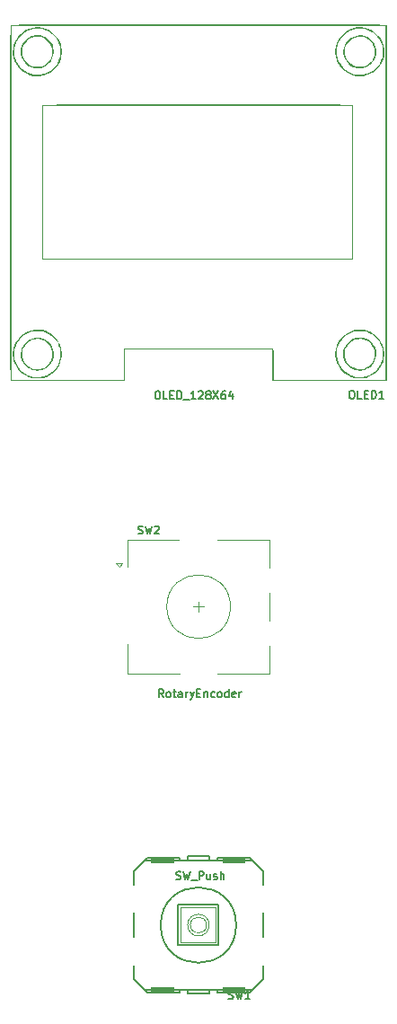
<source format=gto>
G04 #@! TF.GenerationSoftware,KiCad,Pcbnew,6.0.9-8da3e8f707~116~ubuntu22.04.1*
G04 #@! TF.CreationDate,2022-11-08T11:41:08-05:00*
G04 #@! TF.ProjectId,clock_b2,636c6f63-6b5f-4623-922e-6b696361645f,rev?*
G04 #@! TF.SameCoordinates,Original*
G04 #@! TF.FileFunction,Legend,Top*
G04 #@! TF.FilePolarity,Positive*
%FSLAX46Y46*%
G04 Gerber Fmt 4.6, Leading zero omitted, Abs format (unit mm)*
G04 Created by KiCad (PCBNEW 6.0.9-8da3e8f707~116~ubuntu22.04.1) date 2022-11-08 11:41:08*
%MOMM*%
%LPD*%
G01*
G04 APERTURE LIST*
%ADD10C,0.150000*%
%ADD11C,0.120000*%
%ADD12C,0.152400*%
%ADD13C,0.050800*%
G04 APERTURE END LIST*
D10*
G04 #@! TO.C,SW2*
X32320000Y-63593571D02*
X32427142Y-63629285D01*
X32605714Y-63629285D01*
X32677142Y-63593571D01*
X32712857Y-63557857D01*
X32748571Y-63486428D01*
X32748571Y-63415000D01*
X32712857Y-63343571D01*
X32677142Y-63307857D01*
X32605714Y-63272142D01*
X32462857Y-63236428D01*
X32391428Y-63200714D01*
X32355714Y-63165000D01*
X32320000Y-63093571D01*
X32320000Y-63022142D01*
X32355714Y-62950714D01*
X32391428Y-62915000D01*
X32462857Y-62879285D01*
X32641428Y-62879285D01*
X32748571Y-62915000D01*
X32998571Y-62879285D02*
X33177142Y-63629285D01*
X33320000Y-63093571D01*
X33462857Y-63629285D01*
X33641428Y-62879285D01*
X33891428Y-62950714D02*
X33927142Y-62915000D01*
X33998571Y-62879285D01*
X34177142Y-62879285D01*
X34248571Y-62915000D01*
X34284285Y-62950714D01*
X34320000Y-63022142D01*
X34320000Y-63093571D01*
X34284285Y-63200714D01*
X33855714Y-63629285D01*
X34320000Y-63629285D01*
X34709285Y-79029285D02*
X34459285Y-78672142D01*
X34280714Y-79029285D02*
X34280714Y-78279285D01*
X34566428Y-78279285D01*
X34637857Y-78315000D01*
X34673571Y-78350714D01*
X34709285Y-78422142D01*
X34709285Y-78529285D01*
X34673571Y-78600714D01*
X34637857Y-78636428D01*
X34566428Y-78672142D01*
X34280714Y-78672142D01*
X35137857Y-79029285D02*
X35066428Y-78993571D01*
X35030714Y-78957857D01*
X34995000Y-78886428D01*
X34995000Y-78672142D01*
X35030714Y-78600714D01*
X35066428Y-78565000D01*
X35137857Y-78529285D01*
X35245000Y-78529285D01*
X35316428Y-78565000D01*
X35352142Y-78600714D01*
X35387857Y-78672142D01*
X35387857Y-78886428D01*
X35352142Y-78957857D01*
X35316428Y-78993571D01*
X35245000Y-79029285D01*
X35137857Y-79029285D01*
X35602142Y-78529285D02*
X35887857Y-78529285D01*
X35709285Y-78279285D02*
X35709285Y-78922142D01*
X35745000Y-78993571D01*
X35816428Y-79029285D01*
X35887857Y-79029285D01*
X36459285Y-79029285D02*
X36459285Y-78636428D01*
X36423571Y-78565000D01*
X36352142Y-78529285D01*
X36209285Y-78529285D01*
X36137857Y-78565000D01*
X36459285Y-78993571D02*
X36387857Y-79029285D01*
X36209285Y-79029285D01*
X36137857Y-78993571D01*
X36102142Y-78922142D01*
X36102142Y-78850714D01*
X36137857Y-78779285D01*
X36209285Y-78743571D01*
X36387857Y-78743571D01*
X36459285Y-78707857D01*
X36816428Y-79029285D02*
X36816428Y-78529285D01*
X36816428Y-78672142D02*
X36852142Y-78600714D01*
X36887857Y-78565000D01*
X36959285Y-78529285D01*
X37030714Y-78529285D01*
X37209285Y-78529285D02*
X37387857Y-79029285D01*
X37566428Y-78529285D02*
X37387857Y-79029285D01*
X37316428Y-79207857D01*
X37280714Y-79243571D01*
X37209285Y-79279285D01*
X37852142Y-78636428D02*
X38102142Y-78636428D01*
X38209285Y-79029285D02*
X37852142Y-79029285D01*
X37852142Y-78279285D01*
X38209285Y-78279285D01*
X38530714Y-78529285D02*
X38530714Y-79029285D01*
X38530714Y-78600714D02*
X38566428Y-78565000D01*
X38637857Y-78529285D01*
X38745000Y-78529285D01*
X38816428Y-78565000D01*
X38852142Y-78636428D01*
X38852142Y-79029285D01*
X39530714Y-78993571D02*
X39459285Y-79029285D01*
X39316428Y-79029285D01*
X39245000Y-78993571D01*
X39209285Y-78957857D01*
X39173571Y-78886428D01*
X39173571Y-78672142D01*
X39209285Y-78600714D01*
X39245000Y-78565000D01*
X39316428Y-78529285D01*
X39459285Y-78529285D01*
X39530714Y-78565000D01*
X39959285Y-79029285D02*
X39887857Y-78993571D01*
X39852142Y-78957857D01*
X39816428Y-78886428D01*
X39816428Y-78672142D01*
X39852142Y-78600714D01*
X39887857Y-78565000D01*
X39959285Y-78529285D01*
X40066428Y-78529285D01*
X40137857Y-78565000D01*
X40173571Y-78600714D01*
X40209285Y-78672142D01*
X40209285Y-78886428D01*
X40173571Y-78957857D01*
X40137857Y-78993571D01*
X40066428Y-79029285D01*
X39959285Y-79029285D01*
X40852142Y-79029285D02*
X40852142Y-78279285D01*
X40852142Y-78993571D02*
X40780714Y-79029285D01*
X40637857Y-79029285D01*
X40566428Y-78993571D01*
X40530714Y-78957857D01*
X40495000Y-78886428D01*
X40495000Y-78672142D01*
X40530714Y-78600714D01*
X40566428Y-78565000D01*
X40637857Y-78529285D01*
X40780714Y-78529285D01*
X40852142Y-78565000D01*
X41495000Y-78993571D02*
X41423571Y-79029285D01*
X41280714Y-79029285D01*
X41209285Y-78993571D01*
X41173571Y-78922142D01*
X41173571Y-78636428D01*
X41209285Y-78565000D01*
X41280714Y-78529285D01*
X41423571Y-78529285D01*
X41495000Y-78565000D01*
X41530714Y-78636428D01*
X41530714Y-78707857D01*
X41173571Y-78779285D01*
X41852142Y-79029285D02*
X41852142Y-78529285D01*
X41852142Y-78672142D02*
X41887857Y-78600714D01*
X41923571Y-78565000D01*
X41995000Y-78529285D01*
X42066428Y-78529285D01*
G04 #@! TO.C,OLED1*
X52387571Y-50127285D02*
X52530428Y-50127285D01*
X52601857Y-50163000D01*
X52673285Y-50234428D01*
X52709000Y-50377285D01*
X52709000Y-50627285D01*
X52673285Y-50770142D01*
X52601857Y-50841571D01*
X52530428Y-50877285D01*
X52387571Y-50877285D01*
X52316142Y-50841571D01*
X52244714Y-50770142D01*
X52209000Y-50627285D01*
X52209000Y-50377285D01*
X52244714Y-50234428D01*
X52316142Y-50163000D01*
X52387571Y-50127285D01*
X53387571Y-50877285D02*
X53030428Y-50877285D01*
X53030428Y-50127285D01*
X53637571Y-50484428D02*
X53887571Y-50484428D01*
X53994714Y-50877285D02*
X53637571Y-50877285D01*
X53637571Y-50127285D01*
X53994714Y-50127285D01*
X54316142Y-50877285D02*
X54316142Y-50127285D01*
X54494714Y-50127285D01*
X54601857Y-50163000D01*
X54673285Y-50234428D01*
X54709000Y-50305857D01*
X54744714Y-50448714D01*
X54744714Y-50555857D01*
X54709000Y-50698714D01*
X54673285Y-50770142D01*
X54601857Y-50841571D01*
X54494714Y-50877285D01*
X54316142Y-50877285D01*
X55459000Y-50877285D02*
X55030428Y-50877285D01*
X55244714Y-50877285D02*
X55244714Y-50127285D01*
X55173285Y-50234428D01*
X55101857Y-50305857D01*
X55030428Y-50341571D01*
X34082142Y-50169285D02*
X34225000Y-50169285D01*
X34296428Y-50205000D01*
X34367857Y-50276428D01*
X34403571Y-50419285D01*
X34403571Y-50669285D01*
X34367857Y-50812142D01*
X34296428Y-50883571D01*
X34225000Y-50919285D01*
X34082142Y-50919285D01*
X34010714Y-50883571D01*
X33939285Y-50812142D01*
X33903571Y-50669285D01*
X33903571Y-50419285D01*
X33939285Y-50276428D01*
X34010714Y-50205000D01*
X34082142Y-50169285D01*
X35082142Y-50919285D02*
X34725000Y-50919285D01*
X34725000Y-50169285D01*
X35332142Y-50526428D02*
X35582142Y-50526428D01*
X35689285Y-50919285D02*
X35332142Y-50919285D01*
X35332142Y-50169285D01*
X35689285Y-50169285D01*
X36010714Y-50919285D02*
X36010714Y-50169285D01*
X36189285Y-50169285D01*
X36296428Y-50205000D01*
X36367857Y-50276428D01*
X36403571Y-50347857D01*
X36439285Y-50490714D01*
X36439285Y-50597857D01*
X36403571Y-50740714D01*
X36367857Y-50812142D01*
X36296428Y-50883571D01*
X36189285Y-50919285D01*
X36010714Y-50919285D01*
X36582142Y-50990714D02*
X37153571Y-50990714D01*
X37725000Y-50919285D02*
X37296428Y-50919285D01*
X37510714Y-50919285D02*
X37510714Y-50169285D01*
X37439285Y-50276428D01*
X37367857Y-50347857D01*
X37296428Y-50383571D01*
X38010714Y-50240714D02*
X38046428Y-50205000D01*
X38117857Y-50169285D01*
X38296428Y-50169285D01*
X38367857Y-50205000D01*
X38403571Y-50240714D01*
X38439285Y-50312142D01*
X38439285Y-50383571D01*
X38403571Y-50490714D01*
X37975000Y-50919285D01*
X38439285Y-50919285D01*
X38867857Y-50490714D02*
X38796428Y-50455000D01*
X38760714Y-50419285D01*
X38725000Y-50347857D01*
X38725000Y-50312142D01*
X38760714Y-50240714D01*
X38796428Y-50205000D01*
X38867857Y-50169285D01*
X39010714Y-50169285D01*
X39082142Y-50205000D01*
X39117857Y-50240714D01*
X39153571Y-50312142D01*
X39153571Y-50347857D01*
X39117857Y-50419285D01*
X39082142Y-50455000D01*
X39010714Y-50490714D01*
X38867857Y-50490714D01*
X38796428Y-50526428D01*
X38760714Y-50562142D01*
X38725000Y-50633571D01*
X38725000Y-50776428D01*
X38760714Y-50847857D01*
X38796428Y-50883571D01*
X38867857Y-50919285D01*
X39010714Y-50919285D01*
X39082142Y-50883571D01*
X39117857Y-50847857D01*
X39153571Y-50776428D01*
X39153571Y-50633571D01*
X39117857Y-50562142D01*
X39082142Y-50526428D01*
X39010714Y-50490714D01*
X39403571Y-50169285D02*
X39903571Y-50919285D01*
X39903571Y-50169285D02*
X39403571Y-50919285D01*
X40510714Y-50169285D02*
X40367857Y-50169285D01*
X40296428Y-50205000D01*
X40260714Y-50240714D01*
X40189285Y-50347857D01*
X40153571Y-50490714D01*
X40153571Y-50776428D01*
X40189285Y-50847857D01*
X40225000Y-50883571D01*
X40296428Y-50919285D01*
X40439285Y-50919285D01*
X40510714Y-50883571D01*
X40546428Y-50847857D01*
X40582142Y-50776428D01*
X40582142Y-50597857D01*
X40546428Y-50526428D01*
X40510714Y-50490714D01*
X40439285Y-50455000D01*
X40296428Y-50455000D01*
X40225000Y-50490714D01*
X40189285Y-50526428D01*
X40153571Y-50597857D01*
X41225000Y-50419285D02*
X41225000Y-50919285D01*
X41046428Y-50133571D02*
X40867857Y-50669285D01*
X41332142Y-50669285D01*
G04 #@! TO.C,SW1*
X40839642Y-107413571D02*
X40946785Y-107449285D01*
X41125357Y-107449285D01*
X41196785Y-107413571D01*
X41232500Y-107377857D01*
X41268214Y-107306428D01*
X41268214Y-107235000D01*
X41232500Y-107163571D01*
X41196785Y-107127857D01*
X41125357Y-107092142D01*
X40982500Y-107056428D01*
X40911071Y-107020714D01*
X40875357Y-106985000D01*
X40839642Y-106913571D01*
X40839642Y-106842142D01*
X40875357Y-106770714D01*
X40911071Y-106735000D01*
X40982500Y-106699285D01*
X41161071Y-106699285D01*
X41268214Y-106735000D01*
X41518214Y-106699285D02*
X41696785Y-107449285D01*
X41839642Y-106913571D01*
X41982500Y-107449285D01*
X42161071Y-106699285D01*
X42839642Y-107449285D02*
X42411071Y-107449285D01*
X42625357Y-107449285D02*
X42625357Y-106699285D01*
X42553928Y-106806428D01*
X42482500Y-106877857D01*
X42411071Y-106913571D01*
X35882285Y-96155571D02*
X35989428Y-96191285D01*
X36168000Y-96191285D01*
X36239428Y-96155571D01*
X36275142Y-96119857D01*
X36310857Y-96048428D01*
X36310857Y-95977000D01*
X36275142Y-95905571D01*
X36239428Y-95869857D01*
X36168000Y-95834142D01*
X36025142Y-95798428D01*
X35953714Y-95762714D01*
X35918000Y-95727000D01*
X35882285Y-95655571D01*
X35882285Y-95584142D01*
X35918000Y-95512714D01*
X35953714Y-95477000D01*
X36025142Y-95441285D01*
X36203714Y-95441285D01*
X36310857Y-95477000D01*
X36560857Y-95441285D02*
X36739428Y-96191285D01*
X36882285Y-95655571D01*
X37025142Y-96191285D01*
X37203714Y-95441285D01*
X37310857Y-96262714D02*
X37882285Y-96262714D01*
X38060857Y-96191285D02*
X38060857Y-95441285D01*
X38346571Y-95441285D01*
X38418000Y-95477000D01*
X38453714Y-95512714D01*
X38489428Y-95584142D01*
X38489428Y-95691285D01*
X38453714Y-95762714D01*
X38418000Y-95798428D01*
X38346571Y-95834142D01*
X38060857Y-95834142D01*
X39132285Y-95691285D02*
X39132285Y-96191285D01*
X38810857Y-95691285D02*
X38810857Y-96084142D01*
X38846571Y-96155571D01*
X38918000Y-96191285D01*
X39025142Y-96191285D01*
X39096571Y-96155571D01*
X39132285Y-96119857D01*
X39453714Y-96155571D02*
X39525142Y-96191285D01*
X39668000Y-96191285D01*
X39739428Y-96155571D01*
X39775142Y-96084142D01*
X39775142Y-96048428D01*
X39739428Y-95977000D01*
X39668000Y-95941285D01*
X39560857Y-95941285D01*
X39489428Y-95905571D01*
X39453714Y-95834142D01*
X39453714Y-95798428D01*
X39489428Y-95727000D01*
X39560857Y-95691285D01*
X39668000Y-95691285D01*
X39739428Y-95727000D01*
X40096571Y-96191285D02*
X40096571Y-95441285D01*
X40418000Y-96191285D02*
X40418000Y-95798428D01*
X40382285Y-95727000D01*
X40310857Y-95691285D01*
X40203714Y-95691285D01*
X40132285Y-95727000D01*
X40096571Y-95762714D01*
D11*
G04 #@! TO.C,SW2*
X30820000Y-66390000D02*
X30520000Y-66690000D01*
X44720000Y-74190000D02*
X44720000Y-76790000D01*
X31320000Y-64190000D02*
X31320000Y-66690000D01*
X36220000Y-76790000D02*
X31320000Y-76790000D01*
X44720000Y-69190000D02*
X44720000Y-71790000D01*
X44720000Y-64190000D02*
X44720000Y-66790000D01*
X38020000Y-69990000D02*
X38020000Y-70990000D01*
X39820000Y-64190000D02*
X44720000Y-64190000D01*
X37520000Y-70490000D02*
X38520000Y-70490000D01*
X31320000Y-76790000D02*
X31320000Y-73990000D01*
X44720000Y-76790000D02*
X39820000Y-76790000D01*
X30220000Y-66390000D02*
X30820000Y-66390000D01*
X30520000Y-66690000D02*
X30220000Y-66390000D01*
X36120000Y-64190000D02*
X31320000Y-64190000D01*
X41020000Y-70490000D02*
G75*
G03*
X41020000Y-70490000I-3000000J0D01*
G01*
G04 #@! TO.C,OLED1*
G36*
X50953329Y-46219255D02*
G01*
X51037075Y-45904452D01*
X51148213Y-45640446D01*
X51322358Y-45350516D01*
X51535626Y-45090614D01*
X51783890Y-44864118D01*
X52063026Y-44674405D01*
X52368907Y-44524854D01*
X52613012Y-44441185D01*
X52773131Y-44406818D01*
X52964849Y-44382921D01*
X53169853Y-44370497D01*
X53369832Y-44370551D01*
X53546475Y-44384086D01*
X53576504Y-44388360D01*
X53904839Y-44464808D01*
X54215670Y-44588587D01*
X54506721Y-44758565D01*
X54775714Y-44973609D01*
X54801487Y-44997715D01*
X55036095Y-45250453D01*
X55223736Y-45520195D01*
X55366441Y-45810535D01*
X55466243Y-46125068D01*
X55484361Y-46206119D01*
X55523941Y-46503508D01*
X55525101Y-46812624D01*
X55489060Y-47119314D01*
X55417034Y-47409423D01*
X55369617Y-47539660D01*
X55225374Y-47829071D01*
X55039212Y-48098943D01*
X54817466Y-48342862D01*
X54566472Y-48554413D01*
X54292564Y-48727183D01*
X54112431Y-48812669D01*
X53821712Y-48908718D01*
X53509753Y-48966613D01*
X53190227Y-48985101D01*
X52876809Y-48962926D01*
X52738304Y-48938695D01*
X52420950Y-48846246D01*
X52121146Y-48708718D01*
X51843698Y-48530207D01*
X51593409Y-48314809D01*
X51375084Y-48066619D01*
X51193526Y-47789734D01*
X51061542Y-47509182D01*
X50967251Y-47198439D01*
X50918038Y-46874421D01*
X50913878Y-46571180D01*
X51040836Y-46571180D01*
X51047054Y-46870187D01*
X51093976Y-47163022D01*
X51179972Y-47445668D01*
X51303410Y-47714108D01*
X51462660Y-47964326D01*
X51656092Y-48192303D01*
X51882074Y-48394024D01*
X52138976Y-48565472D01*
X52425168Y-48702628D01*
X52739017Y-48801478D01*
X52848579Y-48825045D01*
X53021952Y-48845776D01*
X53224120Y-48850169D01*
X53436057Y-48839027D01*
X53638739Y-48813157D01*
X53767004Y-48786184D01*
X54075283Y-48681741D01*
X54360773Y-48533887D01*
X54619824Y-48346268D01*
X54848786Y-48122528D01*
X55044010Y-47866312D01*
X55201847Y-47581266D01*
X55318647Y-47271036D01*
X55332398Y-47222570D01*
X55368115Y-47040042D01*
X55387440Y-46827347D01*
X55390357Y-46602404D01*
X55376855Y-46383134D01*
X55346918Y-46187456D01*
X55333231Y-46130370D01*
X55223262Y-45814655D01*
X55070782Y-45524635D01*
X54878738Y-45263325D01*
X54650072Y-45033738D01*
X54387732Y-44838890D01*
X54094663Y-44681794D01*
X53816550Y-44578044D01*
X53718589Y-44549852D01*
X53633342Y-44530479D01*
X53546946Y-44518317D01*
X53445541Y-44511754D01*
X53315266Y-44509183D01*
X53220904Y-44508887D01*
X53067166Y-44509899D01*
X52950416Y-44513990D01*
X52856863Y-44522747D01*
X52772714Y-44537755D01*
X52684181Y-44560599D01*
X52629170Y-44576910D01*
X52307055Y-44698919D01*
X52016429Y-44858648D01*
X51759520Y-45054545D01*
X51538554Y-45285061D01*
X51455620Y-45393770D01*
X51282714Y-45677295D01*
X51157035Y-45970717D01*
X51076953Y-46270017D01*
X51040836Y-46571180D01*
X50913878Y-46571180D01*
X50913523Y-46545302D01*
X50953329Y-46219255D01*
G37*
G36*
X50958179Y-17695214D02*
G01*
X51049311Y-17376351D01*
X51187763Y-17065108D01*
X51232871Y-16983870D01*
X51317699Y-16859783D01*
X51434647Y-16719309D01*
X51572835Y-16573107D01*
X51721381Y-16431835D01*
X51869404Y-16306152D01*
X52006022Y-16206715D01*
X52059557Y-16174115D01*
X52370094Y-16027193D01*
X52692136Y-15927572D01*
X53020823Y-15875109D01*
X53351296Y-15869663D01*
X53678696Y-15911089D01*
X53998164Y-15999246D01*
X54304840Y-16133990D01*
X54493648Y-16245589D01*
X54641262Y-16355987D01*
X54797389Y-16495731D01*
X54949204Y-16651565D01*
X55083886Y-16810232D01*
X55188610Y-16958476D01*
X55197565Y-16973266D01*
X55351372Y-17279764D01*
X55458121Y-17598900D01*
X55517900Y-17925797D01*
X55530799Y-18255579D01*
X55496909Y-18583368D01*
X55416319Y-18904290D01*
X55289119Y-19213466D01*
X55151877Y-19452101D01*
X55036843Y-19605154D01*
X54890984Y-19765954D01*
X54727642Y-19921893D01*
X54560157Y-20060359D01*
X54401872Y-20168742D01*
X54380519Y-20181188D01*
X54175500Y-20283428D01*
X53951467Y-20371006D01*
X53729745Y-20436227D01*
X53601904Y-20462203D01*
X53467649Y-20476738D01*
X53304005Y-20484091D01*
X53130625Y-20484265D01*
X52967160Y-20477261D01*
X52833264Y-20463083D01*
X52827204Y-20462104D01*
X52637971Y-20418556D01*
X52431179Y-20350442D01*
X52228354Y-20265642D01*
X52077481Y-20187676D01*
X51794524Y-19996655D01*
X51548529Y-19773969D01*
X51340647Y-19523983D01*
X51172030Y-19251062D01*
X51043827Y-18959572D01*
X50957190Y-18653877D01*
X50913269Y-18338342D01*
X50913240Y-18163332D01*
X51037978Y-18163332D01*
X51058937Y-18473373D01*
X51125988Y-18784047D01*
X51240941Y-19091247D01*
X51271651Y-19155570D01*
X51438553Y-19436032D01*
X51643777Y-19685118D01*
X51883781Y-19900230D01*
X52155026Y-20078769D01*
X52453969Y-20218138D01*
X52777072Y-20315739D01*
X52882061Y-20337194D01*
X53030773Y-20352952D01*
X53210756Y-20354662D01*
X53404816Y-20343494D01*
X53595756Y-20320617D01*
X53766380Y-20287198D01*
X53816550Y-20273688D01*
X54129959Y-20156131D01*
X54417030Y-19996838D01*
X54674447Y-19799199D01*
X54898894Y-19566602D01*
X55087055Y-19302436D01*
X55235614Y-19010088D01*
X55333231Y-18723770D01*
X55368429Y-18541028D01*
X55387420Y-18328152D01*
X55390200Y-18103156D01*
X55376765Y-17884050D01*
X55347111Y-17688849D01*
X55333452Y-17631570D01*
X55226065Y-17324441D01*
X55075046Y-17037473D01*
X54884670Y-16775947D01*
X54659212Y-16545144D01*
X54402946Y-16350346D01*
X54204199Y-16236569D01*
X54009038Y-16146351D01*
X53830009Y-16082292D01*
X53651026Y-16040739D01*
X53456003Y-16018042D01*
X53228853Y-16010550D01*
X53208204Y-16010498D01*
X53056657Y-16011500D01*
X52941413Y-16015878D01*
X52848003Y-16025339D01*
X52761956Y-16041593D01*
X52668802Y-16066347D01*
X52625257Y-16079332D01*
X52312726Y-16198801D01*
X52030019Y-16355877D01*
X51778943Y-16546453D01*
X51561307Y-16766420D01*
X51378917Y-17011669D01*
X51233581Y-17278094D01*
X51127108Y-17561584D01*
X51061304Y-17858033D01*
X51037978Y-18163332D01*
X50913240Y-18163332D01*
X50913215Y-18017333D01*
X50958179Y-17695214D01*
G37*
G36*
X20276121Y-48983699D02*
G01*
X20274235Y-48813747D01*
X20272417Y-48599462D01*
X20270666Y-48342461D01*
X20268983Y-48044360D01*
X20267367Y-47706777D01*
X20265819Y-47331328D01*
X20264339Y-46919631D01*
X20262926Y-46473300D01*
X20261580Y-45993955D01*
X20260302Y-45483210D01*
X20259092Y-44942684D01*
X20257949Y-44373992D01*
X20256874Y-43778752D01*
X20255866Y-43158580D01*
X20254926Y-42515093D01*
X20254053Y-41849908D01*
X20253248Y-41164641D01*
X20252510Y-40460910D01*
X20251840Y-39740331D01*
X20251239Y-39004521D01*
X20250704Y-38255096D01*
X20250236Y-37493674D01*
X20249836Y-36721871D01*
X20249504Y-35941304D01*
X20249239Y-35153590D01*
X20249042Y-34360345D01*
X20248912Y-33563186D01*
X20248850Y-32763730D01*
X20248855Y-31963594D01*
X20248928Y-31164395D01*
X20249069Y-30367749D01*
X20249277Y-29575273D01*
X20249552Y-28788584D01*
X20249895Y-28009298D01*
X20250306Y-27239033D01*
X20250784Y-26479405D01*
X20251330Y-25732030D01*
X20251942Y-24998527D01*
X20252623Y-24280511D01*
X20253371Y-23579599D01*
X20254187Y-22897407D01*
X20255070Y-22235554D01*
X20256021Y-21595655D01*
X20257039Y-20979327D01*
X20258126Y-20388188D01*
X20259279Y-19823853D01*
X20260500Y-19287939D01*
X20261789Y-18782064D01*
X20263145Y-18307844D01*
X20264569Y-17866896D01*
X20266060Y-17460836D01*
X20267619Y-17091282D01*
X20269245Y-16759850D01*
X20270939Y-16468157D01*
X20272700Y-16217819D01*
X20274529Y-16010454D01*
X20276426Y-15847678D01*
X20278390Y-15731108D01*
X20280422Y-15662360D01*
X20282183Y-15642750D01*
X20309386Y-15640717D01*
X20385815Y-15638749D01*
X20509900Y-15636844D01*
X20680066Y-15635003D01*
X20894742Y-15633227D01*
X21152356Y-15631514D01*
X21451333Y-15629865D01*
X21790103Y-15628280D01*
X22167092Y-15626759D01*
X22580727Y-15625301D01*
X23029437Y-15623908D01*
X23511648Y-15622579D01*
X24025788Y-15621313D01*
X24570284Y-15620112D01*
X25143564Y-15618974D01*
X25744055Y-15617900D01*
X26370185Y-15616890D01*
X27020381Y-15615944D01*
X27693070Y-15615062D01*
X28386680Y-15614244D01*
X29099638Y-15613490D01*
X29830372Y-15612799D01*
X30577309Y-15612174D01*
X31338877Y-15611611D01*
X32113502Y-15611112D01*
X32899613Y-15610678D01*
X33695636Y-15610307D01*
X34500000Y-15610000D01*
X35311131Y-15609757D01*
X36127457Y-15609578D01*
X36947405Y-15609462D01*
X37769403Y-15609411D01*
X38591879Y-15609424D01*
X39413259Y-15609500D01*
X40231971Y-15609640D01*
X41046442Y-15609845D01*
X41855100Y-15610113D01*
X42656373Y-15610445D01*
X43448687Y-15610841D01*
X44230470Y-15611301D01*
X45000150Y-15611825D01*
X45756154Y-15612411D01*
X46496909Y-15613063D01*
X47220843Y-15613778D01*
X47926383Y-15614558D01*
X48611956Y-15615401D01*
X49275991Y-15616308D01*
X49916914Y-15617280D01*
X50533153Y-15618315D01*
X51123135Y-15619413D01*
X51685287Y-15620576D01*
X52218038Y-15621803D01*
X52719814Y-15623094D01*
X53189043Y-15624448D01*
X53624153Y-15625867D01*
X54023570Y-15627349D01*
X54385722Y-15628895D01*
X54709037Y-15630505D01*
X54991942Y-15632180D01*
X55232864Y-15633918D01*
X55430230Y-15635719D01*
X55582470Y-15637585D01*
X55688008Y-15639515D01*
X55745274Y-15641508D01*
X55755823Y-15642750D01*
X55757912Y-15670002D01*
X55759933Y-15746438D01*
X55761886Y-15870440D01*
X55763772Y-16040392D01*
X55765590Y-16254677D01*
X55767341Y-16511678D01*
X55769024Y-16809779D01*
X55770640Y-17147362D01*
X55772188Y-17522811D01*
X55773668Y-17934508D01*
X55775081Y-18380839D01*
X55776427Y-18860184D01*
X55777705Y-19370929D01*
X55778915Y-19911455D01*
X55780058Y-20480147D01*
X55781133Y-21075387D01*
X55782141Y-21695559D01*
X55783081Y-22339046D01*
X55783954Y-23004231D01*
X55784759Y-23689498D01*
X55785497Y-24393229D01*
X55786167Y-25113808D01*
X55786769Y-25849618D01*
X55787304Y-26599043D01*
X55787772Y-27360465D01*
X55788172Y-28132268D01*
X55788504Y-28912835D01*
X55788769Y-29700549D01*
X55788966Y-30493794D01*
X55789096Y-31290953D01*
X55789158Y-32090409D01*
X55789153Y-32890545D01*
X55789080Y-33689744D01*
X55788939Y-34486390D01*
X55788731Y-35278866D01*
X55788456Y-36065555D01*
X55788113Y-36844841D01*
X55787702Y-37615106D01*
X55787224Y-38374734D01*
X55786678Y-39122109D01*
X55786065Y-39855612D01*
X55785384Y-40573628D01*
X55784636Y-41274540D01*
X55783820Y-41956732D01*
X55782937Y-42618585D01*
X55781986Y-43258484D01*
X55780968Y-43874812D01*
X55779881Y-44465951D01*
X55778728Y-45030286D01*
X55777507Y-45566200D01*
X55776218Y-46072075D01*
X55774862Y-46546295D01*
X55773438Y-46987243D01*
X55771947Y-47393303D01*
X55770388Y-47762857D01*
X55768762Y-48094289D01*
X55767068Y-48385982D01*
X55765307Y-48636320D01*
X55763478Y-48843685D01*
X55761581Y-49006461D01*
X55759617Y-49123031D01*
X55757585Y-49191779D01*
X55755823Y-49211390D01*
X55741170Y-49215059D01*
X55703766Y-49218447D01*
X55642008Y-49221564D01*
X55554296Y-49224418D01*
X55439024Y-49227018D01*
X55294591Y-49229373D01*
X55119393Y-49231492D01*
X54911828Y-49233385D01*
X54670294Y-49235061D01*
X54393186Y-49236528D01*
X54078903Y-49237796D01*
X53725841Y-49238874D01*
X53332398Y-49239771D01*
X52896971Y-49240495D01*
X52417957Y-49241057D01*
X51893753Y-49241464D01*
X51322756Y-49241727D01*
X50703364Y-49241854D01*
X50374960Y-49241870D01*
X49760929Y-49241858D01*
X49195664Y-49241811D01*
X48677134Y-49241711D01*
X48203306Y-49241541D01*
X47772146Y-49241283D01*
X47381622Y-49240920D01*
X47029701Y-49240433D01*
X46714350Y-49239807D01*
X46433536Y-49239023D01*
X46185227Y-49238063D01*
X45967389Y-49236911D01*
X45777990Y-49235548D01*
X45614997Y-49233957D01*
X45476377Y-49232121D01*
X45360098Y-49230022D01*
X45264126Y-49227643D01*
X45186428Y-49224966D01*
X45124972Y-49221973D01*
X45077725Y-49218647D01*
X45042654Y-49214971D01*
X45017726Y-49210927D01*
X45000908Y-49206497D01*
X44990168Y-49201665D01*
X44983473Y-49196412D01*
X44982540Y-49195419D01*
X44973560Y-49181906D01*
X44965945Y-49160168D01*
X44959585Y-49126256D01*
X44954368Y-49076220D01*
X44950184Y-49006110D01*
X44946922Y-48911976D01*
X44944471Y-48789869D01*
X44942721Y-48635837D01*
X44941560Y-48445932D01*
X44940878Y-48216204D01*
X44940564Y-47942703D01*
X44940504Y-47696819D01*
X44940504Y-46244670D01*
X31097504Y-46244670D01*
X31097504Y-47701233D01*
X31097434Y-48010465D01*
X31097145Y-48272873D01*
X31096513Y-48492429D01*
X31095414Y-48673109D01*
X31093725Y-48818888D01*
X31091324Y-48933740D01*
X31088086Y-49021639D01*
X31083889Y-49086560D01*
X31078609Y-49132478D01*
X31072124Y-49163368D01*
X31064310Y-49183203D01*
X31055044Y-49195959D01*
X31051053Y-49199833D01*
X31043088Y-49204673D01*
X31028978Y-49209130D01*
X31006705Y-49213218D01*
X30974253Y-49216954D01*
X30929601Y-49220353D01*
X30870733Y-49223430D01*
X30795630Y-49226203D01*
X30702273Y-49228685D01*
X30588644Y-49230894D01*
X30452726Y-49232845D01*
X30292499Y-49234553D01*
X30105946Y-49236035D01*
X29891049Y-49237305D01*
X29645788Y-49238381D01*
X29368147Y-49239277D01*
X29056106Y-49240009D01*
X28707648Y-49240593D01*
X28320754Y-49241044D01*
X27893406Y-49241380D01*
X27423586Y-49241614D01*
X26909275Y-49241763D01*
X26348455Y-49241843D01*
X25739109Y-49241869D01*
X25658633Y-49241870D01*
X25014712Y-49241807D01*
X24419986Y-49241613D01*
X23872853Y-49241279D01*
X23371710Y-49240795D01*
X22914953Y-49240152D01*
X22500979Y-49239342D01*
X22128183Y-49238355D01*
X21794963Y-49237182D01*
X21499715Y-49235815D01*
X21240836Y-49234243D01*
X21016721Y-49232458D01*
X20825769Y-49230451D01*
X20666375Y-49228212D01*
X20536935Y-49225734D01*
X20435847Y-49223005D01*
X20361507Y-49220018D01*
X20312311Y-49216764D01*
X20286655Y-49213232D01*
X20282184Y-49211390D01*
X20280095Y-49184137D01*
X20278264Y-49114870D01*
X20378704Y-49114870D01*
X30945104Y-49114870D01*
X30945104Y-47646749D01*
X30945370Y-47316220D01*
X30946208Y-47033585D01*
X30947677Y-46795939D01*
X30949837Y-46600378D01*
X30952746Y-46444000D01*
X30956463Y-46323900D01*
X30961047Y-46237174D01*
X30966557Y-46180918D01*
X30973053Y-46152228D01*
X30975584Y-46148149D01*
X31003847Y-46144950D01*
X31080407Y-46141911D01*
X31202762Y-46139035D01*
X31368409Y-46136320D01*
X31574845Y-46133766D01*
X31819567Y-46131375D01*
X32100073Y-46129145D01*
X32413860Y-46127076D01*
X32758425Y-46125169D01*
X33131267Y-46123424D01*
X33529881Y-46121840D01*
X33951766Y-46120418D01*
X34394418Y-46119158D01*
X34855336Y-46118059D01*
X35332016Y-46117122D01*
X35821956Y-46116347D01*
X36322653Y-46115733D01*
X36831604Y-46115280D01*
X37346307Y-46114990D01*
X37864259Y-46114861D01*
X38382958Y-46114893D01*
X38899901Y-46115088D01*
X39412584Y-46115443D01*
X39918507Y-46115961D01*
X40415164Y-46116640D01*
X40900055Y-46117481D01*
X41370677Y-46118483D01*
X41824526Y-46119647D01*
X42259101Y-46120973D01*
X42671898Y-46122460D01*
X43060414Y-46124109D01*
X43422148Y-46125919D01*
X43754597Y-46127891D01*
X44055257Y-46130025D01*
X44321626Y-46132320D01*
X44551202Y-46134777D01*
X44741482Y-46137396D01*
X44889962Y-46140176D01*
X44994142Y-46143118D01*
X45051517Y-46146221D01*
X45062424Y-46148150D01*
X45069280Y-46167834D01*
X45075131Y-46214063D01*
X45080034Y-46289740D01*
X45084049Y-46397771D01*
X45087235Y-46541059D01*
X45089652Y-46722507D01*
X45091357Y-46945019D01*
X45092411Y-47211499D01*
X45092871Y-47524852D01*
X45092904Y-47646750D01*
X45092904Y-49114870D01*
X55659304Y-49114870D01*
X55659304Y-15739270D01*
X20378704Y-15739270D01*
X20378704Y-49114870D01*
X20278264Y-49114870D01*
X20278074Y-49107701D01*
X20276121Y-48983699D01*
G37*
G36*
X21290152Y-46357303D02*
G01*
X21365095Y-46100961D01*
X21481647Y-45864692D01*
X21498312Y-45838243D01*
X21668898Y-45617631D01*
X21866926Y-45436050D01*
X22087023Y-45294089D01*
X22323818Y-45192336D01*
X22571938Y-45131380D01*
X22826013Y-45111809D01*
X23080670Y-45134211D01*
X23330538Y-45199176D01*
X23570245Y-45307290D01*
X23794419Y-45459143D01*
X23920657Y-45572916D01*
X24099350Y-45785040D01*
X24233947Y-46015958D01*
X24325037Y-46260298D01*
X24373207Y-46512688D01*
X24379048Y-46767757D01*
X24343145Y-47020133D01*
X24266090Y-47264444D01*
X24148468Y-47495319D01*
X23990870Y-47707385D01*
X23793883Y-47895271D01*
X23655330Y-47995261D01*
X23455042Y-48100381D01*
X23228072Y-48178531D01*
X22990055Y-48226285D01*
X22756624Y-48240213D01*
X22598188Y-48227065D01*
X22325748Y-48159971D01*
X22073607Y-48048820D01*
X21846457Y-47897594D01*
X21648990Y-47710278D01*
X21485897Y-47490855D01*
X21361870Y-47243309D01*
X21327779Y-47148361D01*
X21270213Y-46890844D01*
X21260650Y-46680136D01*
X21395005Y-46680136D01*
X21417132Y-46947539D01*
X21483717Y-47191418D01*
X21596260Y-47415369D01*
X21756264Y-47622986D01*
X21813552Y-47682434D01*
X22025356Y-47859813D01*
X22255119Y-47989948D01*
X22451548Y-48060210D01*
X22580086Y-48083489D01*
X22738400Y-48094517D01*
X22906977Y-48093335D01*
X23066304Y-48079987D01*
X23181737Y-48058631D01*
X23408962Y-47977624D01*
X23617830Y-47854850D01*
X23815791Y-47685906D01*
X23821176Y-47680542D01*
X23994693Y-47478271D01*
X24120152Y-47264299D01*
X24199946Y-47032853D01*
X24236470Y-46778159D01*
X24239504Y-46671790D01*
X24219363Y-46410843D01*
X24157244Y-46174712D01*
X24050605Y-45957323D01*
X23896902Y-45752600D01*
X23821176Y-45672397D01*
X23618143Y-45498440D01*
X23403074Y-45372639D01*
X23170715Y-45292806D01*
X22915816Y-45256753D01*
X22817103Y-45254070D01*
X22552762Y-45274834D01*
X22312862Y-45338588D01*
X22092149Y-45447519D01*
X21885371Y-45603815D01*
X21813031Y-45672397D01*
X21639371Y-45874903D01*
X21513825Y-46089154D01*
X21434087Y-46320714D01*
X21397848Y-46575143D01*
X21395005Y-46680136D01*
X21260650Y-46680136D01*
X21258097Y-46623878D01*
X21290152Y-46357303D01*
G37*
G36*
X21283716Y-17881299D02*
G01*
X21327779Y-17705778D01*
X21437029Y-17448360D01*
X21587731Y-17217067D01*
X21775358Y-17016428D01*
X21995381Y-16850970D01*
X22243275Y-16725221D01*
X22345212Y-16688345D01*
X22592800Y-16632713D01*
X22854280Y-16618025D01*
X23113474Y-16644282D01*
X23288995Y-16688345D01*
X23545892Y-16796389D01*
X23772655Y-16941677D01*
X23967043Y-17119170D01*
X24126812Y-17323824D01*
X24249721Y-17550598D01*
X24333527Y-17794450D01*
X24375987Y-18050339D01*
X24374860Y-18313223D01*
X24327902Y-18578059D01*
X24239479Y-18825370D01*
X24107929Y-19057096D01*
X23936670Y-19264538D01*
X23732960Y-19441648D01*
X23504059Y-19582376D01*
X23257224Y-19680672D01*
X23192003Y-19698290D01*
X23058878Y-19722214D01*
X22905319Y-19736698D01*
X22752089Y-19740738D01*
X22619949Y-19733328D01*
X22582337Y-19727809D01*
X22302642Y-19652944D01*
X22047747Y-19536081D01*
X21821300Y-19380356D01*
X21626950Y-19188905D01*
X21468345Y-18964864D01*
X21349134Y-18711368D01*
X21327779Y-18649561D01*
X21272147Y-18401973D01*
X21259547Y-18177670D01*
X21395306Y-18177670D01*
X21416926Y-18445582D01*
X21482779Y-18689633D01*
X21594354Y-18913412D01*
X21753141Y-19120511D01*
X21811698Y-19181404D01*
X22010047Y-19352243D01*
X22215336Y-19475624D01*
X22435472Y-19554879D01*
X22678363Y-19593341D01*
X22800737Y-19598260D01*
X22939048Y-19593728D01*
X23075775Y-19579717D01*
X23181737Y-19559831D01*
X23408962Y-19478824D01*
X23617830Y-19356050D01*
X23815791Y-19187106D01*
X23821176Y-19181742D01*
X23994540Y-18980401D01*
X24119817Y-18768841D01*
X24199550Y-18540985D01*
X24236281Y-18290757D01*
X24239504Y-18182349D01*
X24219131Y-17917076D01*
X24156418Y-17677291D01*
X24048970Y-17457222D01*
X23894392Y-17251094D01*
X23821176Y-17173597D01*
X23618670Y-16999937D01*
X23404419Y-16874391D01*
X23172859Y-16794653D01*
X22918430Y-16758414D01*
X22813437Y-16755571D01*
X22545963Y-16777868D01*
X22301415Y-16844917D01*
X22076345Y-16958153D01*
X21867311Y-17119009D01*
X21811698Y-17172264D01*
X21637635Y-17376968D01*
X21511591Y-17596427D01*
X21431982Y-17834467D01*
X21397225Y-18094913D01*
X21395306Y-18177670D01*
X21259547Y-18177670D01*
X21257459Y-18140493D01*
X21283716Y-17881299D01*
G37*
G36*
X23270410Y-37528786D02*
G01*
X23267731Y-37362934D01*
X23265208Y-37156124D01*
X23262842Y-36910817D01*
X23260632Y-36629473D01*
X23258578Y-36314553D01*
X23256680Y-35968517D01*
X23254939Y-35593825D01*
X23253354Y-35192939D01*
X23251925Y-34768317D01*
X23250652Y-34322422D01*
X23249536Y-33857714D01*
X23248575Y-33376652D01*
X23247771Y-32881698D01*
X23247124Y-32375311D01*
X23246632Y-31859953D01*
X23246297Y-31338084D01*
X23246118Y-30812164D01*
X23246095Y-30284654D01*
X23246228Y-29758015D01*
X23246518Y-29234706D01*
X23246964Y-28717188D01*
X23247566Y-28207922D01*
X23248324Y-27709369D01*
X23249239Y-27223988D01*
X23250309Y-26754240D01*
X23251536Y-26302586D01*
X23252920Y-25871486D01*
X23254459Y-25463401D01*
X23256155Y-25080791D01*
X23258007Y-24726116D01*
X23260015Y-24401837D01*
X23262179Y-24110415D01*
X23264500Y-23854310D01*
X23266977Y-23635983D01*
X23269610Y-23457893D01*
X23272399Y-23322502D01*
X23275345Y-23232270D01*
X23278446Y-23189657D01*
X23279383Y-23186550D01*
X23292156Y-23184302D01*
X23326523Y-23182158D01*
X23383466Y-23180116D01*
X23463963Y-23178174D01*
X23568993Y-23176329D01*
X23699537Y-23174581D01*
X23856572Y-23172927D01*
X24041080Y-23171364D01*
X24254038Y-23169891D01*
X24496427Y-23168506D01*
X24769225Y-23167207D01*
X25073412Y-23165991D01*
X25409968Y-23164857D01*
X25779871Y-23163802D01*
X26184101Y-23162825D01*
X26623637Y-23161923D01*
X27099460Y-23161095D01*
X27612547Y-23160338D01*
X28163878Y-23159651D01*
X28754434Y-23159031D01*
X29385192Y-23158476D01*
X30057132Y-23157984D01*
X30771235Y-23157554D01*
X31528478Y-23157183D01*
X32329842Y-23156869D01*
X33176305Y-23156610D01*
X34068847Y-23156404D01*
X35008448Y-23156249D01*
X35996086Y-23156143D01*
X37032742Y-23156084D01*
X37920669Y-23156070D01*
X38956408Y-23156078D01*
X39942551Y-23156106D01*
X40880303Y-23156156D01*
X41770867Y-23156232D01*
X42615449Y-23156337D01*
X43415252Y-23156474D01*
X44171480Y-23156647D01*
X44885339Y-23156859D01*
X45558031Y-23157112D01*
X46190762Y-23157412D01*
X46784736Y-23157760D01*
X47341157Y-23158160D01*
X47861228Y-23158615D01*
X48346156Y-23159129D01*
X48797143Y-23159705D01*
X49215394Y-23160345D01*
X49602113Y-23161055D01*
X49958505Y-23161836D01*
X50285774Y-23162691D01*
X50585124Y-23163626D01*
X50857759Y-23164641D01*
X51104884Y-23165742D01*
X51327703Y-23166930D01*
X51527420Y-23168210D01*
X51705240Y-23169585D01*
X51862366Y-23171057D01*
X52000003Y-23172631D01*
X52119355Y-23174309D01*
X52221627Y-23176095D01*
X52308023Y-23177992D01*
X52379747Y-23180003D01*
X52438003Y-23182132D01*
X52483995Y-23184382D01*
X52518929Y-23186756D01*
X52544008Y-23189258D01*
X52560436Y-23191890D01*
X52569417Y-23194656D01*
X52571389Y-23195984D01*
X52575369Y-23203251D01*
X52579077Y-23217959D01*
X52582525Y-23241822D01*
X52585720Y-23276553D01*
X52588673Y-23323867D01*
X52591393Y-23385478D01*
X52593890Y-23463098D01*
X52596172Y-23558443D01*
X52598249Y-23673225D01*
X52600130Y-23809159D01*
X52601825Y-23967959D01*
X52603344Y-24151338D01*
X52604695Y-24361010D01*
X52605888Y-24598689D01*
X52606933Y-24866089D01*
X52607838Y-25164924D01*
X52608614Y-25496907D01*
X52609269Y-25863753D01*
X52609813Y-26267175D01*
X52610256Y-26708887D01*
X52610606Y-27190603D01*
X52610873Y-27714037D01*
X52611067Y-28280902D01*
X52611197Y-28892913D01*
X52611272Y-29551782D01*
X52611302Y-30259226D01*
X52611304Y-30480704D01*
X52611258Y-31233445D01*
X52611118Y-31936768D01*
X52610877Y-32592058D01*
X52610530Y-33200698D01*
X52610071Y-33764070D01*
X52609494Y-34283557D01*
X52608793Y-34760543D01*
X52607963Y-35196410D01*
X52606998Y-35592542D01*
X52605891Y-35950321D01*
X52604637Y-36271132D01*
X52603231Y-36556356D01*
X52601667Y-36807378D01*
X52599938Y-37025579D01*
X52598039Y-37212344D01*
X52595964Y-37369054D01*
X52593707Y-37497094D01*
X52591264Y-37597846D01*
X52588626Y-37672694D01*
X52585790Y-37723020D01*
X52582749Y-37750208D01*
X52580824Y-37755989D01*
X52553440Y-37758223D01*
X52476988Y-37760378D01*
X52353198Y-37762457D01*
X52183801Y-37764458D01*
X51970527Y-37766381D01*
X51715109Y-37768227D01*
X51419277Y-37769996D01*
X51084762Y-37771687D01*
X50713295Y-37773301D01*
X50306607Y-37774837D01*
X49866429Y-37776296D01*
X49394492Y-37777678D01*
X48892526Y-37778982D01*
X48362264Y-37780209D01*
X47805436Y-37781358D01*
X47223773Y-37782430D01*
X46619005Y-37783425D01*
X45992865Y-37784342D01*
X45347082Y-37785181D01*
X44683389Y-37785944D01*
X44003515Y-37786629D01*
X43309192Y-37787236D01*
X42602151Y-37787766D01*
X41884123Y-37788219D01*
X41156839Y-37788594D01*
X40422030Y-37788892D01*
X39681426Y-37789112D01*
X38936759Y-37789255D01*
X38189761Y-37789321D01*
X37442161Y-37789309D01*
X36695691Y-37789220D01*
X35952081Y-37789053D01*
X35213064Y-37788809D01*
X34480369Y-37788488D01*
X33755728Y-37788089D01*
X33040872Y-37787612D01*
X32337532Y-37787059D01*
X31647439Y-37786428D01*
X30972323Y-37785719D01*
X30313916Y-37784933D01*
X29673949Y-37784070D01*
X29054152Y-37783129D01*
X28456257Y-37782111D01*
X27881995Y-37781015D01*
X27333097Y-37779842D01*
X26811293Y-37778592D01*
X26318315Y-37777264D01*
X25855894Y-37775859D01*
X25425761Y-37774376D01*
X25029646Y-37772816D01*
X24669281Y-37771179D01*
X24346396Y-37769464D01*
X24062724Y-37767671D01*
X23819993Y-37765802D01*
X23619937Y-37763855D01*
X23464285Y-37761830D01*
X23354769Y-37759728D01*
X23293119Y-37757549D01*
X23279384Y-37755990D01*
X23276236Y-37727774D01*
X23273567Y-37659470D01*
X23375815Y-37659470D01*
X52484392Y-37659470D01*
X52471604Y-23295770D01*
X23388604Y-23295770D01*
X23382209Y-30477620D01*
X23375815Y-37659470D01*
X23273567Y-37659470D01*
X23273245Y-37651219D01*
X23270410Y-37528786D01*
G37*
G36*
X20532570Y-46295470D02*
G01*
X20579563Y-46087375D01*
X20653614Y-45862973D01*
X20747199Y-45643167D01*
X20813549Y-45515123D01*
X20911223Y-45367477D01*
X21041878Y-45207040D01*
X21193927Y-45045399D01*
X21355782Y-44894141D01*
X21515857Y-44764853D01*
X21655757Y-44672915D01*
X21955076Y-44528344D01*
X22258206Y-44431204D01*
X22573366Y-44379585D01*
X22908773Y-44371572D01*
X22944104Y-44373114D01*
X23282238Y-44414169D01*
X23603049Y-44501371D01*
X23903185Y-44632027D01*
X24179296Y-44803444D01*
X24428032Y-45012927D01*
X24646041Y-45257784D01*
X24829974Y-45535321D01*
X24976480Y-45842845D01*
X25053264Y-46068578D01*
X25091936Y-46248020D01*
X25116230Y-46457971D01*
X25125467Y-46680025D01*
X25118972Y-46895775D01*
X25096065Y-47086813D01*
X25091592Y-47110134D01*
X25001476Y-47440516D01*
X24869506Y-47743426D01*
X24693366Y-48023291D01*
X24483917Y-48270904D01*
X24228873Y-48503803D01*
X23954876Y-48690069D01*
X23659281Y-48831183D01*
X23339441Y-48928623D01*
X23287454Y-48939927D01*
X23020901Y-48976564D01*
X22736784Y-48983338D01*
X22458598Y-48960299D01*
X22329923Y-48937797D01*
X22016569Y-48846290D01*
X21719228Y-48709452D01*
X21442990Y-48531565D01*
X21192939Y-48316908D01*
X20974165Y-48069763D01*
X20791753Y-47794410D01*
X20668390Y-47539660D01*
X20586205Y-47286287D01*
X20532135Y-47006210D01*
X20508010Y-46716196D01*
X20509426Y-46663770D01*
X20650347Y-46663770D01*
X20651910Y-46827515D01*
X20657955Y-46955010D01*
X20669907Y-47060709D01*
X20689190Y-47159069D01*
X20705414Y-47222570D01*
X20817966Y-47543213D01*
X20971484Y-47835471D01*
X21163185Y-48096779D01*
X21390285Y-48324574D01*
X21650001Y-48516293D01*
X21939553Y-48669371D01*
X22256155Y-48781244D01*
X22444779Y-48825045D01*
X22617856Y-48845745D01*
X22819774Y-48850160D01*
X23031536Y-48839092D01*
X23234143Y-48813343D01*
X23363204Y-48786287D01*
X23669733Y-48683287D01*
X23949444Y-48540323D01*
X24200385Y-48361730D01*
X24420601Y-48151843D01*
X24608138Y-47914998D01*
X24761043Y-47655528D01*
X24877362Y-47377771D01*
X24955141Y-47086060D01*
X24992427Y-46784731D01*
X24987266Y-46478119D01*
X24937704Y-46170559D01*
X24841788Y-45866387D01*
X24760447Y-45685870D01*
X24590140Y-45403357D01*
X24382375Y-45154630D01*
X24138773Y-44941021D01*
X23860958Y-44763860D01*
X23550550Y-44624478D01*
X23408837Y-44576910D01*
X23312109Y-44549129D01*
X23227281Y-44530048D01*
X23140562Y-44518082D01*
X23038162Y-44511645D01*
X22906288Y-44509152D01*
X22817104Y-44508887D01*
X22663705Y-44509879D01*
X22547224Y-44513928D01*
X22453801Y-44522643D01*
X22369575Y-44537633D01*
X22280683Y-44560508D01*
X22221457Y-44578044D01*
X21900352Y-44700841D01*
X21609559Y-44863653D01*
X21351239Y-45064318D01*
X21127555Y-45300671D01*
X20940670Y-45570551D01*
X20792745Y-45871792D01*
X20719284Y-46080823D01*
X20690639Y-46181803D01*
X20671163Y-46270235D01*
X20659134Y-46360687D01*
X20652829Y-46467725D01*
X20650526Y-46605918D01*
X20650347Y-46663770D01*
X20509426Y-46663770D01*
X20515660Y-46433010D01*
X20532570Y-46295470D01*
G37*
G36*
X20530724Y-17834457D02*
G01*
X20603206Y-17506681D01*
X20722948Y-17196361D01*
X20889084Y-16905515D01*
X21100747Y-16636161D01*
X21222669Y-16510856D01*
X21487751Y-16288276D01*
X21769912Y-16113435D01*
X22069949Y-15986034D01*
X22388663Y-15905775D01*
X22726852Y-15872361D01*
X22931404Y-15874289D01*
X23268560Y-15911155D01*
X23580085Y-15990256D01*
X23869844Y-16113377D01*
X24141701Y-16282297D01*
X24399522Y-16498800D01*
X24496417Y-16595800D01*
X24713646Y-16857825D01*
X24885955Y-17142625D01*
X25014483Y-17452399D01*
X25091592Y-17744005D01*
X25116960Y-17931643D01*
X25125571Y-18146555D01*
X25118116Y-18370211D01*
X25095282Y-18584082D01*
X25057757Y-18769639D01*
X25052835Y-18787270D01*
X24933053Y-19114087D01*
X24771344Y-19414208D01*
X24570715Y-19684631D01*
X24334175Y-19922355D01*
X24064732Y-20124379D01*
X23765394Y-20287700D01*
X23439168Y-20409317D01*
X23422293Y-20414224D01*
X23299574Y-20440279D01*
X23141656Y-20460558D01*
X22963888Y-20474338D01*
X22781618Y-20480897D01*
X22610196Y-20479509D01*
X22464971Y-20469453D01*
X22411901Y-20461844D01*
X22102100Y-20381650D01*
X21801276Y-20254611D01*
X21517073Y-20084662D01*
X21257131Y-19875740D01*
X21236520Y-19856424D01*
X20999289Y-19598726D01*
X20807744Y-19319561D01*
X20662531Y-19020411D01*
X20564295Y-18702758D01*
X20513678Y-18368084D01*
X20509225Y-18252052D01*
X20647685Y-18252052D01*
X20661207Y-18471311D01*
X20691133Y-18666872D01*
X20704776Y-18723770D01*
X20814120Y-19037132D01*
X20965830Y-19325436D01*
X21156437Y-19585526D01*
X21382472Y-19814245D01*
X21640463Y-20008437D01*
X21926942Y-20164944D01*
X22238439Y-20280610D01*
X22478261Y-20337194D01*
X22626973Y-20352952D01*
X22806956Y-20354662D01*
X23001016Y-20343494D01*
X23191956Y-20320617D01*
X23362580Y-20287198D01*
X23412750Y-20273688D01*
X23730030Y-20155262D01*
X24018390Y-19995864D01*
X24275535Y-19797786D01*
X24499167Y-19563323D01*
X24686988Y-19294767D01*
X24836704Y-18994412D01*
X24915529Y-18773316D01*
X24943721Y-18675355D01*
X24963094Y-18590108D01*
X24975256Y-18503712D01*
X24981819Y-18402307D01*
X24984390Y-18272032D01*
X24984686Y-18177670D01*
X24983694Y-18024271D01*
X24979645Y-17907790D01*
X24970930Y-17814367D01*
X24955940Y-17730141D01*
X24933065Y-17641249D01*
X24915529Y-17582023D01*
X24792617Y-17260192D01*
X24629978Y-16969192D01*
X24429602Y-16711011D01*
X24193479Y-16487640D01*
X23923599Y-16301066D01*
X23621951Y-16153279D01*
X23412750Y-16079850D01*
X23311770Y-16051205D01*
X23223338Y-16031729D01*
X23132886Y-16019700D01*
X23025848Y-16013395D01*
X22887655Y-16011092D01*
X22829804Y-16010913D01*
X22665686Y-16012494D01*
X22537806Y-16018591D01*
X22431698Y-16030625D01*
X22332893Y-16050018D01*
X22271004Y-16065802D01*
X21952045Y-16177840D01*
X21659998Y-16331656D01*
X21397842Y-16524272D01*
X21168558Y-16752705D01*
X20975127Y-17013974D01*
X20820529Y-17305099D01*
X20707744Y-17623100D01*
X20705432Y-17631570D01*
X20669808Y-17814234D01*
X20650555Y-18027044D01*
X20647685Y-18252052D01*
X20509225Y-18252052D01*
X20506371Y-18177670D01*
X20530724Y-17834457D01*
G37*
G36*
X51694862Y-17834006D02*
G01*
X51771917Y-17589695D01*
X51889539Y-17358820D01*
X52047137Y-17146754D01*
X52244124Y-16958868D01*
X52382677Y-16858878D01*
X52617701Y-16736238D01*
X52870950Y-16656944D01*
X53134514Y-16621007D01*
X53400485Y-16628436D01*
X53660954Y-16679242D01*
X53908010Y-16773433D01*
X54055846Y-16856755D01*
X54279616Y-17030802D01*
X54467378Y-17238814D01*
X54615455Y-17476023D01*
X54710228Y-17705778D01*
X54767414Y-17961300D01*
X54779884Y-18226658D01*
X54748940Y-18491716D01*
X54675885Y-18746339D01*
X54562022Y-18980389D01*
X54542320Y-19011835D01*
X54368776Y-19235972D01*
X54163457Y-19422737D01*
X53930632Y-19568829D01*
X53699920Y-19663182D01*
X53511305Y-19709334D01*
X53310310Y-19735581D01*
X53116836Y-19740207D01*
X52973186Y-19725861D01*
X52695603Y-19651876D01*
X52442290Y-19533268D01*
X52213302Y-19370064D01*
X52117350Y-19281223D01*
X51938657Y-19069099D01*
X51804060Y-18838181D01*
X51712970Y-18593841D01*
X51664800Y-18341451D01*
X51661049Y-18177669D01*
X51798504Y-18177669D01*
X51818272Y-18439681D01*
X51879391Y-18675764D01*
X51984579Y-18892442D01*
X52136557Y-19096242D01*
X52216831Y-19181404D01*
X52414503Y-19352504D01*
X52620004Y-19476061D01*
X52841051Y-19555332D01*
X53085361Y-19593573D01*
X53204537Y-19598260D01*
X53342848Y-19593728D01*
X53479575Y-19579717D01*
X53585537Y-19559831D01*
X53813145Y-19478528D01*
X54023348Y-19354912D01*
X54223199Y-19184822D01*
X54226309Y-19181742D01*
X54400008Y-18978645D01*
X54525966Y-18760137D01*
X54605692Y-18522580D01*
X54640695Y-18262336D01*
X54642701Y-18177670D01*
X54621040Y-17909784D01*
X54555002Y-17665449D01*
X54443002Y-17440837D01*
X54283456Y-17232124D01*
X54226309Y-17172264D01*
X54021112Y-16997944D01*
X53800837Y-16871641D01*
X53562037Y-16791922D01*
X53301269Y-16757353D01*
X53224570Y-16755571D01*
X52959876Y-16775712D01*
X52720189Y-16838467D01*
X52499948Y-16946144D01*
X52293588Y-17101048D01*
X52216831Y-17173597D01*
X52043952Y-17374123D01*
X51919030Y-17584536D01*
X51839331Y-17811397D01*
X51802121Y-18061270D01*
X51798504Y-18177669D01*
X51661049Y-18177669D01*
X51658959Y-18086382D01*
X51694862Y-17834006D01*
G37*
G36*
X51679226Y-46411481D02*
G01*
X51744403Y-46161594D01*
X51852656Y-45921956D01*
X52004570Y-45697972D01*
X52117350Y-45572916D01*
X52329474Y-45394223D01*
X52560392Y-45259626D01*
X52804732Y-45168536D01*
X53057122Y-45120366D01*
X53312191Y-45114525D01*
X53564567Y-45150428D01*
X53808878Y-45227483D01*
X54039753Y-45345105D01*
X54251819Y-45502703D01*
X54439705Y-45699690D01*
X54539695Y-45838243D01*
X54661136Y-46070944D01*
X54740204Y-46322291D01*
X54776866Y-46584113D01*
X54771088Y-46848242D01*
X54722837Y-47106508D01*
X54632079Y-47350741D01*
X54546503Y-47503961D01*
X54376688Y-47723611D01*
X54175553Y-47909673D01*
X53949954Y-48056802D01*
X53706745Y-48159648D01*
X53705495Y-48160043D01*
X53516343Y-48206396D01*
X53315386Y-48233034D01*
X53123218Y-48237996D01*
X53001988Y-48227065D01*
X52783832Y-48175943D01*
X52567190Y-48094252D01*
X52379831Y-47993422D01*
X52159902Y-47823203D01*
X51978942Y-47625381D01*
X51837540Y-47405363D01*
X51736280Y-47168557D01*
X51675751Y-46920370D01*
X51657313Y-46676470D01*
X51798504Y-46676470D01*
X51818272Y-46938481D01*
X51879391Y-47174564D01*
X51984579Y-47391242D01*
X52136557Y-47595042D01*
X52216831Y-47680204D01*
X52413719Y-47850849D01*
X52618032Y-47974071D01*
X52837798Y-48053243D01*
X53081046Y-48091740D01*
X53208204Y-48096758D01*
X53331953Y-48093116D01*
X53455633Y-48082105D01*
X53556669Y-48065899D01*
X53575352Y-48061396D01*
X53823679Y-47969779D01*
X54049106Y-47835714D01*
X54246485Y-47664351D01*
X54410665Y-47460838D01*
X54536497Y-47230325D01*
X54605830Y-47030918D01*
X54629850Y-46894825D01*
X54640650Y-46730853D01*
X54638230Y-46560170D01*
X54622591Y-46403946D01*
X54605830Y-46322021D01*
X54517639Y-46078190D01*
X54388048Y-45859640D01*
X54226309Y-45672397D01*
X54022174Y-45498441D01*
X53806750Y-45372690D01*
X53574624Y-45292894D01*
X53320383Y-45256800D01*
X53220904Y-45254070D01*
X52956562Y-45274834D01*
X52716662Y-45338588D01*
X52495949Y-45447519D01*
X52289171Y-45603815D01*
X52216831Y-45672397D01*
X52043952Y-45872923D01*
X51919030Y-46083336D01*
X51839331Y-46310197D01*
X51802121Y-46560070D01*
X51798504Y-46676470D01*
X51657313Y-46676470D01*
X51656537Y-46666209D01*
X51679226Y-46411481D01*
G37*
D12*
G04 #@! TO.C,SW1*
X39778000Y-94404000D02*
X39778000Y-94150000D01*
X36222000Y-94404000D02*
X32920000Y-94404000D01*
D13*
X36349000Y-98849000D02*
X39651000Y-98849000D01*
D12*
X39778000Y-106850000D02*
X39778000Y-106596000D01*
X36222000Y-94404000D02*
X36222000Y-94150000D01*
X32920000Y-94404000D02*
X31904000Y-95420000D01*
X39016000Y-94023000D02*
X36984000Y-94023000D01*
X39016000Y-106596000D02*
X39016000Y-106977000D01*
X39016000Y-106596000D02*
X36984000Y-106596000D01*
X43080000Y-106596000D02*
X42826000Y-106850000D01*
X39016000Y-94023000D02*
X39016000Y-94404000D01*
X36095000Y-98595000D02*
X39905000Y-98595000D01*
X31904000Y-105580000D02*
X32920000Y-106596000D01*
X36095000Y-98595000D02*
X36095000Y-102405000D01*
X33174000Y-106850000D02*
X36222000Y-106850000D01*
X39778000Y-94150000D02*
X42826000Y-94150000D01*
X39905000Y-102405000D02*
X36095000Y-102405000D01*
X36984000Y-106977000D02*
X36984000Y-106596000D01*
X39778000Y-106596000D02*
X39016000Y-106596000D01*
X36222000Y-106850000D02*
X36222000Y-106596000D01*
X44096000Y-95420000D02*
X43080000Y-94404000D01*
X43080000Y-106596000D02*
X44096000Y-105580000D01*
X36222000Y-106596000D02*
X36984000Y-106596000D01*
X39778000Y-94404000D02*
X39016000Y-94404000D01*
X32920000Y-106596000D02*
X36222000Y-106596000D01*
X39778000Y-106850000D02*
X42826000Y-106850000D01*
X31904000Y-95420000D02*
X31904000Y-96690000D01*
X36984000Y-94404000D02*
X36222000Y-94404000D01*
X31904000Y-101643000D02*
X31904000Y-99357000D01*
X42826000Y-94150000D02*
X43080000Y-94404000D01*
D13*
X39651000Y-102151000D02*
X36349000Y-102151000D01*
D12*
X32920000Y-106596000D02*
X33174000Y-106850000D01*
X43080000Y-94404000D02*
X39778000Y-94404000D01*
X44096000Y-96690000D02*
X44096000Y-95420000D01*
X36984000Y-94404000D02*
X36984000Y-94023000D01*
X33174000Y-94150000D02*
X36222000Y-94150000D01*
X44096000Y-101643000D02*
X44096000Y-99357000D01*
X43080000Y-106596000D02*
X39778000Y-106596000D01*
D13*
X36349000Y-98849000D02*
X36349000Y-102151000D01*
D12*
X39905000Y-102405000D02*
X39905000Y-98595000D01*
X31904000Y-105580000D02*
X31904000Y-104310000D01*
X32920000Y-94404000D02*
X33174000Y-94150000D01*
X39016000Y-106977000D02*
X36984000Y-106977000D01*
X44096000Y-105580000D02*
X44096000Y-104310000D01*
D13*
X39651000Y-102151000D02*
X39651000Y-98849000D01*
D12*
X39016000Y-94404000D02*
X36984000Y-94404000D01*
D13*
X38762000Y-100500000D02*
G75*
G03*
X38762000Y-100500000I-762000J0D01*
G01*
D12*
X41556000Y-100500000D02*
G75*
G03*
X41556000Y-100500000I-3556000J0D01*
G01*
D13*
X39016000Y-100500000D02*
G75*
G03*
X39016000Y-100500000I-1016000J0D01*
G01*
G36*
X35714000Y-94658000D02*
G01*
X33555000Y-94658000D01*
X33555000Y-94150000D01*
X35714000Y-94150000D01*
X35714000Y-94658000D01*
G37*
G36*
X35714000Y-106850000D02*
G01*
X33555000Y-106850000D01*
X33555000Y-106342000D01*
X35714000Y-106342000D01*
X35714000Y-106850000D01*
G37*
G36*
X42445000Y-106850000D02*
G01*
X40286000Y-106850000D01*
X40286000Y-106342000D01*
X42445000Y-106342000D01*
X42445000Y-106850000D01*
G37*
G36*
X42445000Y-94658000D02*
G01*
X40286000Y-94658000D01*
X40286000Y-94150000D01*
X42445000Y-94150000D01*
X42445000Y-94658000D01*
G37*
G04 #@! TD*
M02*

</source>
